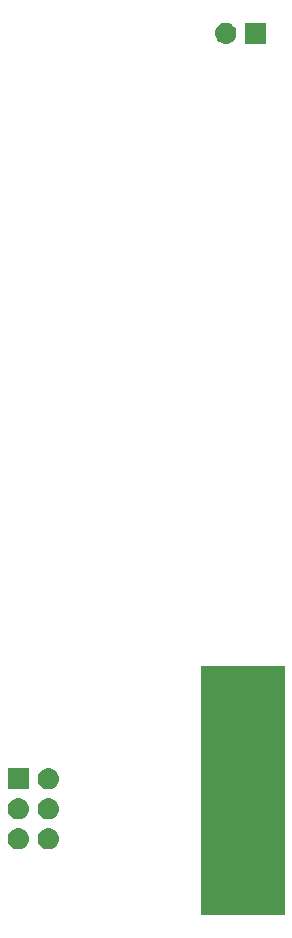
<source format=gbr>
G04 #@! TF.GenerationSoftware,KiCad,Pcbnew,5.0.2-bee76a0~70~ubuntu18.04.1*
G04 #@! TF.CreationDate,2019-03-04T23:14:44-05:00*
G04 #@! TF.ProjectId,BalancingBusinessCardLights,42616c61-6e63-4696-9e67-427573696e65,rev?*
G04 #@! TF.SameCoordinates,Original*
G04 #@! TF.FileFunction,Soldermask,Bot*
G04 #@! TF.FilePolarity,Negative*
%FSLAX46Y46*%
G04 Gerber Fmt 4.6, Leading zero omitted, Abs format (unit mm)*
G04 Created by KiCad (PCBNEW 5.0.2-bee76a0~70~ubuntu18.04.1) date Mon 04 Mar 2019 11:14:44 PM EST*
%MOMM*%
%LPD*%
G01*
G04 APERTURE LIST*
%ADD10C,0.100000*%
G04 APERTURE END LIST*
D10*
G36*
X209051000Y-126551000D02*
X201949000Y-126551000D01*
X201949000Y-105449000D01*
X209051000Y-105449000D01*
X209051000Y-126551000D01*
X209051000Y-126551000D01*
G37*
G36*
X189150443Y-119185519D02*
X189216627Y-119192037D01*
X189329853Y-119226384D01*
X189386467Y-119243557D01*
X189525087Y-119317652D01*
X189542991Y-119327222D01*
X189578729Y-119356552D01*
X189680186Y-119439814D01*
X189763448Y-119541271D01*
X189792778Y-119577009D01*
X189792779Y-119577011D01*
X189876443Y-119733533D01*
X189876443Y-119733534D01*
X189927963Y-119903373D01*
X189945359Y-120080000D01*
X189927963Y-120256627D01*
X189893616Y-120369853D01*
X189876443Y-120426467D01*
X189802348Y-120565087D01*
X189792778Y-120582991D01*
X189763448Y-120618729D01*
X189680186Y-120720186D01*
X189578729Y-120803448D01*
X189542991Y-120832778D01*
X189542989Y-120832779D01*
X189386467Y-120916443D01*
X189329853Y-120933616D01*
X189216627Y-120967963D01*
X189150443Y-120974481D01*
X189084260Y-120981000D01*
X188995740Y-120981000D01*
X188929557Y-120974481D01*
X188863373Y-120967963D01*
X188750147Y-120933616D01*
X188693533Y-120916443D01*
X188537011Y-120832779D01*
X188537009Y-120832778D01*
X188501271Y-120803448D01*
X188399814Y-120720186D01*
X188316552Y-120618729D01*
X188287222Y-120582991D01*
X188277652Y-120565087D01*
X188203557Y-120426467D01*
X188186384Y-120369853D01*
X188152037Y-120256627D01*
X188134641Y-120080000D01*
X188152037Y-119903373D01*
X188203557Y-119733534D01*
X188203557Y-119733533D01*
X188287221Y-119577011D01*
X188287222Y-119577009D01*
X188316552Y-119541271D01*
X188399814Y-119439814D01*
X188501271Y-119356552D01*
X188537009Y-119327222D01*
X188554913Y-119317652D01*
X188693533Y-119243557D01*
X188750147Y-119226384D01*
X188863373Y-119192037D01*
X188929557Y-119185519D01*
X188995740Y-119179000D01*
X189084260Y-119179000D01*
X189150443Y-119185519D01*
X189150443Y-119185519D01*
G37*
G36*
X186610443Y-119185519D02*
X186676627Y-119192037D01*
X186789853Y-119226384D01*
X186846467Y-119243557D01*
X186985087Y-119317652D01*
X187002991Y-119327222D01*
X187038729Y-119356552D01*
X187140186Y-119439814D01*
X187223448Y-119541271D01*
X187252778Y-119577009D01*
X187252779Y-119577011D01*
X187336443Y-119733533D01*
X187336443Y-119733534D01*
X187387963Y-119903373D01*
X187405359Y-120080000D01*
X187387963Y-120256627D01*
X187353616Y-120369853D01*
X187336443Y-120426467D01*
X187262348Y-120565087D01*
X187252778Y-120582991D01*
X187223448Y-120618729D01*
X187140186Y-120720186D01*
X187038729Y-120803448D01*
X187002991Y-120832778D01*
X187002989Y-120832779D01*
X186846467Y-120916443D01*
X186789853Y-120933616D01*
X186676627Y-120967963D01*
X186610443Y-120974481D01*
X186544260Y-120981000D01*
X186455740Y-120981000D01*
X186389557Y-120974481D01*
X186323373Y-120967963D01*
X186210147Y-120933616D01*
X186153533Y-120916443D01*
X185997011Y-120832779D01*
X185997009Y-120832778D01*
X185961271Y-120803448D01*
X185859814Y-120720186D01*
X185776552Y-120618729D01*
X185747222Y-120582991D01*
X185737652Y-120565087D01*
X185663557Y-120426467D01*
X185646384Y-120369853D01*
X185612037Y-120256627D01*
X185594641Y-120080000D01*
X185612037Y-119903373D01*
X185663557Y-119733534D01*
X185663557Y-119733533D01*
X185747221Y-119577011D01*
X185747222Y-119577009D01*
X185776552Y-119541271D01*
X185859814Y-119439814D01*
X185961271Y-119356552D01*
X185997009Y-119327222D01*
X186014913Y-119317652D01*
X186153533Y-119243557D01*
X186210147Y-119226384D01*
X186323373Y-119192037D01*
X186389557Y-119185519D01*
X186455740Y-119179000D01*
X186544260Y-119179000D01*
X186610443Y-119185519D01*
X186610443Y-119185519D01*
G37*
G36*
X186610442Y-116645518D02*
X186676627Y-116652037D01*
X186789853Y-116686384D01*
X186846467Y-116703557D01*
X186985087Y-116777652D01*
X187002991Y-116787222D01*
X187038729Y-116816552D01*
X187140186Y-116899814D01*
X187223448Y-117001271D01*
X187252778Y-117037009D01*
X187252779Y-117037011D01*
X187336443Y-117193533D01*
X187336443Y-117193534D01*
X187387963Y-117363373D01*
X187405359Y-117540000D01*
X187387963Y-117716627D01*
X187353616Y-117829853D01*
X187336443Y-117886467D01*
X187262348Y-118025087D01*
X187252778Y-118042991D01*
X187223448Y-118078729D01*
X187140186Y-118180186D01*
X187038729Y-118263448D01*
X187002991Y-118292778D01*
X187002989Y-118292779D01*
X186846467Y-118376443D01*
X186789853Y-118393616D01*
X186676627Y-118427963D01*
X186610442Y-118434482D01*
X186544260Y-118441000D01*
X186455740Y-118441000D01*
X186389558Y-118434482D01*
X186323373Y-118427963D01*
X186210147Y-118393616D01*
X186153533Y-118376443D01*
X185997011Y-118292779D01*
X185997009Y-118292778D01*
X185961271Y-118263448D01*
X185859814Y-118180186D01*
X185776552Y-118078729D01*
X185747222Y-118042991D01*
X185737652Y-118025087D01*
X185663557Y-117886467D01*
X185646384Y-117829853D01*
X185612037Y-117716627D01*
X185594641Y-117540000D01*
X185612037Y-117363373D01*
X185663557Y-117193534D01*
X185663557Y-117193533D01*
X185747221Y-117037011D01*
X185747222Y-117037009D01*
X185776552Y-117001271D01*
X185859814Y-116899814D01*
X185961271Y-116816552D01*
X185997009Y-116787222D01*
X186014913Y-116777652D01*
X186153533Y-116703557D01*
X186210147Y-116686384D01*
X186323373Y-116652037D01*
X186389558Y-116645518D01*
X186455740Y-116639000D01*
X186544260Y-116639000D01*
X186610442Y-116645518D01*
X186610442Y-116645518D01*
G37*
G36*
X189150442Y-116645518D02*
X189216627Y-116652037D01*
X189329853Y-116686384D01*
X189386467Y-116703557D01*
X189525087Y-116777652D01*
X189542991Y-116787222D01*
X189578729Y-116816552D01*
X189680186Y-116899814D01*
X189763448Y-117001271D01*
X189792778Y-117037009D01*
X189792779Y-117037011D01*
X189876443Y-117193533D01*
X189876443Y-117193534D01*
X189927963Y-117363373D01*
X189945359Y-117540000D01*
X189927963Y-117716627D01*
X189893616Y-117829853D01*
X189876443Y-117886467D01*
X189802348Y-118025087D01*
X189792778Y-118042991D01*
X189763448Y-118078729D01*
X189680186Y-118180186D01*
X189578729Y-118263448D01*
X189542991Y-118292778D01*
X189542989Y-118292779D01*
X189386467Y-118376443D01*
X189329853Y-118393616D01*
X189216627Y-118427963D01*
X189150442Y-118434482D01*
X189084260Y-118441000D01*
X188995740Y-118441000D01*
X188929558Y-118434482D01*
X188863373Y-118427963D01*
X188750147Y-118393616D01*
X188693533Y-118376443D01*
X188537011Y-118292779D01*
X188537009Y-118292778D01*
X188501271Y-118263448D01*
X188399814Y-118180186D01*
X188316552Y-118078729D01*
X188287222Y-118042991D01*
X188277652Y-118025087D01*
X188203557Y-117886467D01*
X188186384Y-117829853D01*
X188152037Y-117716627D01*
X188134641Y-117540000D01*
X188152037Y-117363373D01*
X188203557Y-117193534D01*
X188203557Y-117193533D01*
X188287221Y-117037011D01*
X188287222Y-117037009D01*
X188316552Y-117001271D01*
X188399814Y-116899814D01*
X188501271Y-116816552D01*
X188537009Y-116787222D01*
X188554913Y-116777652D01*
X188693533Y-116703557D01*
X188750147Y-116686384D01*
X188863373Y-116652037D01*
X188929558Y-116645518D01*
X188995740Y-116639000D01*
X189084260Y-116639000D01*
X189150442Y-116645518D01*
X189150442Y-116645518D01*
G37*
G36*
X189150443Y-114105519D02*
X189216627Y-114112037D01*
X189329853Y-114146384D01*
X189386467Y-114163557D01*
X189525087Y-114237652D01*
X189542991Y-114247222D01*
X189578729Y-114276552D01*
X189680186Y-114359814D01*
X189763448Y-114461271D01*
X189792778Y-114497009D01*
X189792779Y-114497011D01*
X189876443Y-114653533D01*
X189876443Y-114653534D01*
X189927963Y-114823373D01*
X189945359Y-115000000D01*
X189927963Y-115176627D01*
X189893616Y-115289853D01*
X189876443Y-115346467D01*
X189802348Y-115485087D01*
X189792778Y-115502991D01*
X189763448Y-115538729D01*
X189680186Y-115640186D01*
X189578729Y-115723448D01*
X189542991Y-115752778D01*
X189542989Y-115752779D01*
X189386467Y-115836443D01*
X189329853Y-115853616D01*
X189216627Y-115887963D01*
X189150443Y-115894481D01*
X189084260Y-115901000D01*
X188995740Y-115901000D01*
X188929557Y-115894481D01*
X188863373Y-115887963D01*
X188750147Y-115853616D01*
X188693533Y-115836443D01*
X188537011Y-115752779D01*
X188537009Y-115752778D01*
X188501271Y-115723448D01*
X188399814Y-115640186D01*
X188316552Y-115538729D01*
X188287222Y-115502991D01*
X188277652Y-115485087D01*
X188203557Y-115346467D01*
X188186384Y-115289853D01*
X188152037Y-115176627D01*
X188134641Y-115000000D01*
X188152037Y-114823373D01*
X188203557Y-114653534D01*
X188203557Y-114653533D01*
X188287221Y-114497011D01*
X188287222Y-114497009D01*
X188316552Y-114461271D01*
X188399814Y-114359814D01*
X188501271Y-114276552D01*
X188537009Y-114247222D01*
X188554913Y-114237652D01*
X188693533Y-114163557D01*
X188750147Y-114146384D01*
X188863373Y-114112037D01*
X188929557Y-114105519D01*
X188995740Y-114099000D01*
X189084260Y-114099000D01*
X189150443Y-114105519D01*
X189150443Y-114105519D01*
G37*
G36*
X187401000Y-115901000D02*
X185599000Y-115901000D01*
X185599000Y-114099000D01*
X187401000Y-114099000D01*
X187401000Y-115901000D01*
X187401000Y-115901000D01*
G37*
G36*
X207501000Y-52801000D02*
X205699000Y-52801000D01*
X205699000Y-50999000D01*
X207501000Y-50999000D01*
X207501000Y-52801000D01*
X207501000Y-52801000D01*
G37*
G36*
X204170442Y-51005518D02*
X204236627Y-51012037D01*
X204349853Y-51046384D01*
X204406467Y-51063557D01*
X204545087Y-51137652D01*
X204562991Y-51147222D01*
X204598729Y-51176552D01*
X204700186Y-51259814D01*
X204783448Y-51361271D01*
X204812778Y-51397009D01*
X204812779Y-51397011D01*
X204896443Y-51553533D01*
X204896443Y-51553534D01*
X204947963Y-51723373D01*
X204965359Y-51900000D01*
X204947963Y-52076627D01*
X204913616Y-52189853D01*
X204896443Y-52246467D01*
X204822348Y-52385087D01*
X204812778Y-52402991D01*
X204783448Y-52438729D01*
X204700186Y-52540186D01*
X204598729Y-52623448D01*
X204562991Y-52652778D01*
X204562989Y-52652779D01*
X204406467Y-52736443D01*
X204349853Y-52753616D01*
X204236627Y-52787963D01*
X204170442Y-52794482D01*
X204104260Y-52801000D01*
X204015740Y-52801000D01*
X203949558Y-52794482D01*
X203883373Y-52787963D01*
X203770147Y-52753616D01*
X203713533Y-52736443D01*
X203557011Y-52652779D01*
X203557009Y-52652778D01*
X203521271Y-52623448D01*
X203419814Y-52540186D01*
X203336552Y-52438729D01*
X203307222Y-52402991D01*
X203297652Y-52385087D01*
X203223557Y-52246467D01*
X203206384Y-52189853D01*
X203172037Y-52076627D01*
X203154641Y-51900000D01*
X203172037Y-51723373D01*
X203223557Y-51553534D01*
X203223557Y-51553533D01*
X203307221Y-51397011D01*
X203307222Y-51397009D01*
X203336552Y-51361271D01*
X203419814Y-51259814D01*
X203521271Y-51176552D01*
X203557009Y-51147222D01*
X203574913Y-51137652D01*
X203713533Y-51063557D01*
X203770147Y-51046384D01*
X203883373Y-51012037D01*
X203949557Y-51005519D01*
X204015740Y-50999000D01*
X204104260Y-50999000D01*
X204170442Y-51005518D01*
X204170442Y-51005518D01*
G37*
M02*

</source>
